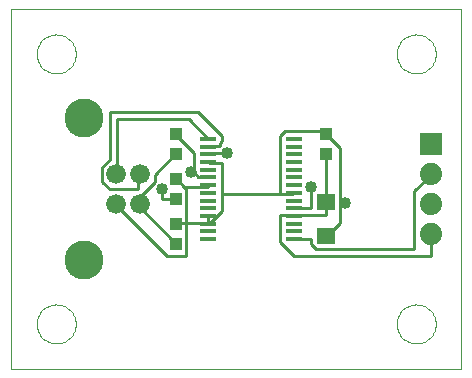
<source format=gtl>
G75*
G70*
%OFA0B0*%
%FSLAX24Y24*%
%IPPOS*%
%LPD*%
%AMOC8*
5,1,8,0,0,1.08239X$1,22.5*
%
%ADD10C,0.0000*%
%ADD11R,0.0550X0.0137*%
%ADD12R,0.0394X0.0433*%
%ADD13R,0.0630X0.0551*%
%ADD14C,0.0660*%
%ADD15C,0.1300*%
%ADD16R,0.0740X0.0740*%
%ADD17C,0.0740*%
%ADD18C,0.0100*%
%ADD19C,0.0400*%
D10*
X001561Y000100D02*
X001561Y012100D01*
X016561Y012100D01*
X016561Y000100D01*
X001561Y000100D01*
X002411Y001600D02*
X002413Y001650D01*
X002419Y001700D01*
X002429Y001750D01*
X002442Y001798D01*
X002459Y001846D01*
X002480Y001892D01*
X002504Y001936D01*
X002532Y001978D01*
X002563Y002018D01*
X002597Y002055D01*
X002634Y002090D01*
X002673Y002121D01*
X002714Y002150D01*
X002758Y002175D01*
X002804Y002197D01*
X002851Y002215D01*
X002899Y002229D01*
X002948Y002240D01*
X002998Y002247D01*
X003048Y002250D01*
X003099Y002249D01*
X003149Y002244D01*
X003199Y002235D01*
X003247Y002223D01*
X003295Y002206D01*
X003341Y002186D01*
X003386Y002163D01*
X003429Y002136D01*
X003469Y002106D01*
X003507Y002073D01*
X003542Y002037D01*
X003575Y001998D01*
X003604Y001957D01*
X003630Y001914D01*
X003653Y001869D01*
X003672Y001822D01*
X003687Y001774D01*
X003699Y001725D01*
X003707Y001675D01*
X003711Y001625D01*
X003711Y001575D01*
X003707Y001525D01*
X003699Y001475D01*
X003687Y001426D01*
X003672Y001378D01*
X003653Y001331D01*
X003630Y001286D01*
X003604Y001243D01*
X003575Y001202D01*
X003542Y001163D01*
X003507Y001127D01*
X003469Y001094D01*
X003429Y001064D01*
X003386Y001037D01*
X003341Y001014D01*
X003295Y000994D01*
X003247Y000977D01*
X003199Y000965D01*
X003149Y000956D01*
X003099Y000951D01*
X003048Y000950D01*
X002998Y000953D01*
X002948Y000960D01*
X002899Y000971D01*
X002851Y000985D01*
X002804Y001003D01*
X002758Y001025D01*
X002714Y001050D01*
X002673Y001079D01*
X002634Y001110D01*
X002597Y001145D01*
X002563Y001182D01*
X002532Y001222D01*
X002504Y001264D01*
X002480Y001308D01*
X002459Y001354D01*
X002442Y001402D01*
X002429Y001450D01*
X002419Y001500D01*
X002413Y001550D01*
X002411Y001600D01*
X002411Y010600D02*
X002413Y010650D01*
X002419Y010700D01*
X002429Y010750D01*
X002442Y010798D01*
X002459Y010846D01*
X002480Y010892D01*
X002504Y010936D01*
X002532Y010978D01*
X002563Y011018D01*
X002597Y011055D01*
X002634Y011090D01*
X002673Y011121D01*
X002714Y011150D01*
X002758Y011175D01*
X002804Y011197D01*
X002851Y011215D01*
X002899Y011229D01*
X002948Y011240D01*
X002998Y011247D01*
X003048Y011250D01*
X003099Y011249D01*
X003149Y011244D01*
X003199Y011235D01*
X003247Y011223D01*
X003295Y011206D01*
X003341Y011186D01*
X003386Y011163D01*
X003429Y011136D01*
X003469Y011106D01*
X003507Y011073D01*
X003542Y011037D01*
X003575Y010998D01*
X003604Y010957D01*
X003630Y010914D01*
X003653Y010869D01*
X003672Y010822D01*
X003687Y010774D01*
X003699Y010725D01*
X003707Y010675D01*
X003711Y010625D01*
X003711Y010575D01*
X003707Y010525D01*
X003699Y010475D01*
X003687Y010426D01*
X003672Y010378D01*
X003653Y010331D01*
X003630Y010286D01*
X003604Y010243D01*
X003575Y010202D01*
X003542Y010163D01*
X003507Y010127D01*
X003469Y010094D01*
X003429Y010064D01*
X003386Y010037D01*
X003341Y010014D01*
X003295Y009994D01*
X003247Y009977D01*
X003199Y009965D01*
X003149Y009956D01*
X003099Y009951D01*
X003048Y009950D01*
X002998Y009953D01*
X002948Y009960D01*
X002899Y009971D01*
X002851Y009985D01*
X002804Y010003D01*
X002758Y010025D01*
X002714Y010050D01*
X002673Y010079D01*
X002634Y010110D01*
X002597Y010145D01*
X002563Y010182D01*
X002532Y010222D01*
X002504Y010264D01*
X002480Y010308D01*
X002459Y010354D01*
X002442Y010402D01*
X002429Y010450D01*
X002419Y010500D01*
X002413Y010550D01*
X002411Y010600D01*
X014411Y010600D02*
X014413Y010650D01*
X014419Y010700D01*
X014429Y010750D01*
X014442Y010798D01*
X014459Y010846D01*
X014480Y010892D01*
X014504Y010936D01*
X014532Y010978D01*
X014563Y011018D01*
X014597Y011055D01*
X014634Y011090D01*
X014673Y011121D01*
X014714Y011150D01*
X014758Y011175D01*
X014804Y011197D01*
X014851Y011215D01*
X014899Y011229D01*
X014948Y011240D01*
X014998Y011247D01*
X015048Y011250D01*
X015099Y011249D01*
X015149Y011244D01*
X015199Y011235D01*
X015247Y011223D01*
X015295Y011206D01*
X015341Y011186D01*
X015386Y011163D01*
X015429Y011136D01*
X015469Y011106D01*
X015507Y011073D01*
X015542Y011037D01*
X015575Y010998D01*
X015604Y010957D01*
X015630Y010914D01*
X015653Y010869D01*
X015672Y010822D01*
X015687Y010774D01*
X015699Y010725D01*
X015707Y010675D01*
X015711Y010625D01*
X015711Y010575D01*
X015707Y010525D01*
X015699Y010475D01*
X015687Y010426D01*
X015672Y010378D01*
X015653Y010331D01*
X015630Y010286D01*
X015604Y010243D01*
X015575Y010202D01*
X015542Y010163D01*
X015507Y010127D01*
X015469Y010094D01*
X015429Y010064D01*
X015386Y010037D01*
X015341Y010014D01*
X015295Y009994D01*
X015247Y009977D01*
X015199Y009965D01*
X015149Y009956D01*
X015099Y009951D01*
X015048Y009950D01*
X014998Y009953D01*
X014948Y009960D01*
X014899Y009971D01*
X014851Y009985D01*
X014804Y010003D01*
X014758Y010025D01*
X014714Y010050D01*
X014673Y010079D01*
X014634Y010110D01*
X014597Y010145D01*
X014563Y010182D01*
X014532Y010222D01*
X014504Y010264D01*
X014480Y010308D01*
X014459Y010354D01*
X014442Y010402D01*
X014429Y010450D01*
X014419Y010500D01*
X014413Y010550D01*
X014411Y010600D01*
X014411Y001600D02*
X014413Y001650D01*
X014419Y001700D01*
X014429Y001750D01*
X014442Y001798D01*
X014459Y001846D01*
X014480Y001892D01*
X014504Y001936D01*
X014532Y001978D01*
X014563Y002018D01*
X014597Y002055D01*
X014634Y002090D01*
X014673Y002121D01*
X014714Y002150D01*
X014758Y002175D01*
X014804Y002197D01*
X014851Y002215D01*
X014899Y002229D01*
X014948Y002240D01*
X014998Y002247D01*
X015048Y002250D01*
X015099Y002249D01*
X015149Y002244D01*
X015199Y002235D01*
X015247Y002223D01*
X015295Y002206D01*
X015341Y002186D01*
X015386Y002163D01*
X015429Y002136D01*
X015469Y002106D01*
X015507Y002073D01*
X015542Y002037D01*
X015575Y001998D01*
X015604Y001957D01*
X015630Y001914D01*
X015653Y001869D01*
X015672Y001822D01*
X015687Y001774D01*
X015699Y001725D01*
X015707Y001675D01*
X015711Y001625D01*
X015711Y001575D01*
X015707Y001525D01*
X015699Y001475D01*
X015687Y001426D01*
X015672Y001378D01*
X015653Y001331D01*
X015630Y001286D01*
X015604Y001243D01*
X015575Y001202D01*
X015542Y001163D01*
X015507Y001127D01*
X015469Y001094D01*
X015429Y001064D01*
X015386Y001037D01*
X015341Y001014D01*
X015295Y000994D01*
X015247Y000977D01*
X015199Y000965D01*
X015149Y000956D01*
X015099Y000951D01*
X015048Y000950D01*
X014998Y000953D01*
X014948Y000960D01*
X014899Y000971D01*
X014851Y000985D01*
X014804Y001003D01*
X014758Y001025D01*
X014714Y001050D01*
X014673Y001079D01*
X014634Y001110D01*
X014597Y001145D01*
X014563Y001182D01*
X014532Y001222D01*
X014504Y001264D01*
X014480Y001308D01*
X014459Y001354D01*
X014442Y001402D01*
X014429Y001450D01*
X014419Y001500D01*
X014413Y001550D01*
X014411Y001600D01*
D11*
X011001Y004437D03*
X011001Y004693D03*
X011001Y004948D03*
X011001Y005204D03*
X011001Y005460D03*
X011001Y005716D03*
X011001Y005972D03*
X011001Y006228D03*
X011001Y006484D03*
X011001Y006740D03*
X011001Y006996D03*
X011001Y007252D03*
X011001Y007507D03*
X011001Y007763D03*
X008122Y007763D03*
X008122Y007507D03*
X008122Y007252D03*
X008122Y006996D03*
X008122Y006740D03*
X008122Y006484D03*
X008122Y006228D03*
X008122Y005972D03*
X008122Y005716D03*
X008122Y005460D03*
X008122Y005204D03*
X008122Y004948D03*
X008122Y004693D03*
X008122Y004437D03*
D12*
X007061Y004265D03*
X007061Y004935D03*
X007061Y005765D03*
X007061Y006435D03*
X007061Y007265D03*
X007061Y007935D03*
X012061Y007935D03*
X012061Y007265D03*
D13*
X012061Y005651D03*
X012061Y004549D03*
D14*
X005841Y005608D03*
X005061Y005608D03*
X005061Y006592D03*
X005841Y006592D03*
D15*
X003991Y008470D03*
X003991Y003730D03*
D16*
X015561Y007600D03*
D17*
X015561Y006600D03*
X015561Y005600D03*
X015561Y004600D03*
D18*
X015561Y003860D01*
X011001Y003860D01*
X010521Y004340D01*
X010521Y005220D01*
X010921Y005220D01*
X011001Y005204D01*
X011001Y005220D01*
X012041Y005220D01*
X012041Y005620D01*
X012061Y005651D01*
X012041Y005700D01*
X012041Y007220D01*
X012061Y007265D01*
X012521Y007460D02*
X012521Y005620D01*
X012681Y005620D01*
X012521Y005620D02*
X012521Y004980D01*
X012121Y004580D01*
X012061Y004549D01*
X011561Y004420D02*
X011561Y004260D01*
X011721Y004100D01*
X015001Y004100D01*
X015001Y006020D01*
X015561Y006580D01*
X015561Y006600D01*
X012521Y007460D02*
X012121Y007860D01*
X012061Y007935D01*
X012041Y007940D01*
X012041Y008020D01*
X010681Y008020D01*
X010521Y007860D01*
X010521Y005940D01*
X010921Y005940D01*
X011001Y005972D01*
X010521Y005940D02*
X008601Y005940D01*
X008601Y006980D01*
X008201Y006980D01*
X008122Y006996D01*
X008122Y007252D02*
X008201Y007300D01*
X008761Y007300D01*
X008521Y007540D02*
X008521Y007620D01*
X008601Y007700D01*
X008601Y007860D01*
X007801Y008660D01*
X004841Y008660D01*
X004841Y007060D01*
X004601Y006820D01*
X004601Y006340D01*
X004841Y006100D01*
X005801Y006100D01*
X005801Y006580D01*
X005841Y006592D01*
X006361Y006580D02*
X006361Y006340D01*
X005881Y005860D01*
X005881Y005620D01*
X005841Y005608D01*
X005881Y005540D01*
X005881Y005460D01*
X007001Y004340D01*
X007061Y004265D01*
X006761Y003860D02*
X007401Y003860D01*
X007401Y004980D01*
X007401Y006100D01*
X007321Y006180D01*
X008121Y006180D01*
X008122Y006228D01*
X008122Y006484D02*
X008121Y006500D01*
X007801Y006500D01*
X007641Y006660D01*
X007561Y006660D01*
X007641Y006660D02*
X007641Y007300D01*
X007081Y007860D01*
X007061Y007935D01*
X007481Y008420D02*
X005081Y008420D01*
X005081Y006660D01*
X005061Y006592D01*
X006361Y006580D02*
X007001Y007220D01*
X007061Y007265D01*
X008122Y007507D02*
X008201Y007540D01*
X008521Y007540D01*
X008122Y007763D02*
X008121Y007780D01*
X007481Y008420D01*
X007061Y006435D02*
X007081Y006420D01*
X007321Y006180D01*
X007061Y005765D02*
X007001Y005780D01*
X006601Y005780D01*
X006601Y006100D01*
X005061Y005608D02*
X005081Y005540D01*
X006761Y003860D01*
X007061Y004935D02*
X007081Y004980D01*
X007401Y004980D01*
X008121Y004980D01*
X008122Y004948D01*
X008201Y004980D01*
X008601Y005380D01*
X008601Y005940D01*
X008122Y005204D02*
X008121Y005140D01*
X008121Y004980D01*
X011001Y005460D02*
X011001Y005460D01*
X011561Y005460D01*
X011561Y006180D01*
X011561Y004420D02*
X011001Y004420D01*
X011001Y004437D01*
D19*
X012681Y005620D03*
X011561Y006180D03*
X008761Y007300D03*
X007561Y006660D03*
X006601Y006100D03*
M02*

</source>
